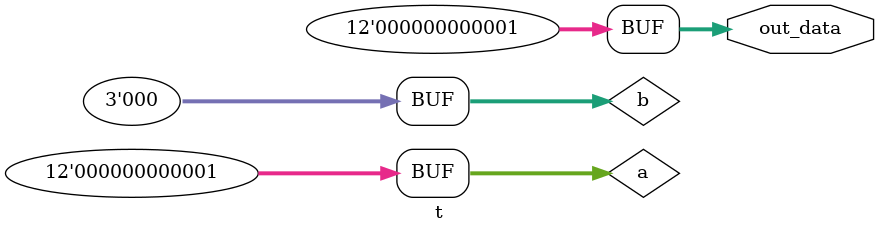
<source format=v>

`define STRINGIFY(x) `"x`"

`define stop $stop
`ifdef VERILATOR
 `define checkh(gotv,expv) do if ((gotv) !== (expv)) begin $write("%%Error: %s:%0d:  got='h%x exp='h%x\n", `__FILE__,`__LINE__, (gotv), (expv)); `stop; end while(0)
`else
 `define checkh(gotv,expv) do if ((gotv) !== (expv)) begin $write("%%Error: %s:%0d:  got='h%x exp='h%x\n", `__FILE__,`__LINE__, (gotv), (expv)); end while(0)
`endif

module t (/*AUTOARG*/
   // Outputs
   out_data
   );

   output [11:0] out_data;
   wire [11:0]   out_data;
   wire [11:0]   a;
   wire [2:0]    b;
   assign a = 12'h000 ** { b };
   assign b = 3'b0;
   assign out_data = a;

endmodule

</source>
